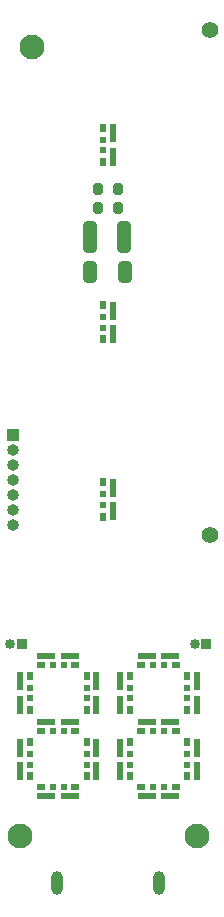
<source format=gbr>
%TF.GenerationSoftware,KiCad,Pcbnew,6.0.2*%
%TF.CreationDate,2022-05-05T15:52:24+02:00*%
%TF.ProjectId,espriktning-rear.sch,65737072-696b-4746-9e69-6e672d726561,rev?*%
%TF.SameCoordinates,Original*%
%TF.FileFunction,Soldermask,Bot*%
%TF.FilePolarity,Negative*%
%FSLAX46Y46*%
G04 Gerber Fmt 4.6, Leading zero omitted, Abs format (unit mm)*
G04 Created by KiCad (PCBNEW 6.0.2) date 2022-05-05 15:52:24*
%MOMM*%
%LPD*%
G01*
G04 APERTURE LIST*
G04 Aperture macros list*
%AMRoundRect*
0 Rectangle with rounded corners*
0 $1 Rounding radius*
0 $2 $3 $4 $5 $6 $7 $8 $9 X,Y pos of 4 corners*
0 Add a 4 corners polygon primitive as box body*
4,1,4,$2,$3,$4,$5,$6,$7,$8,$9,$2,$3,0*
0 Add four circle primitives for the rounded corners*
1,1,$1+$1,$2,$3*
1,1,$1+$1,$4,$5*
1,1,$1+$1,$6,$7*
1,1,$1+$1,$8,$9*
0 Add four rect primitives between the rounded corners*
20,1,$1+$1,$2,$3,$4,$5,0*
20,1,$1+$1,$4,$5,$6,$7,0*
20,1,$1+$1,$6,$7,$8,$9,0*
20,1,$1+$1,$8,$9,$2,$3,0*%
G04 Aperture macros list end*
%ADD10R,0.850000X0.850000*%
%ADD11O,0.850000X0.850000*%
%ADD12C,2.100000*%
%ADD13R,1.000000X1.000000*%
%ADD14O,1.000000X1.000000*%
%ADD15O,1.000000X2.000000*%
%ADD16C,1.400000*%
%ADD17R,0.600000X0.500000*%
%ADD18R,0.600000X1.620000*%
%ADD19R,0.600000X0.700000*%
%ADD20R,1.620000X0.600000*%
%ADD21R,0.500000X0.600000*%
%ADD22R,0.700000X0.600000*%
%ADD23RoundRect,0.200000X0.200000X0.275000X-0.200000X0.275000X-0.200000X-0.275000X0.200000X-0.275000X0*%
%ADD24RoundRect,0.250000X-0.312500X-1.075000X0.312500X-1.075000X0.312500X1.075000X-0.312500X1.075000X0*%
%ADD25RoundRect,0.250000X0.325000X0.650000X-0.325000X0.650000X-0.325000X-0.650000X0.325000X-0.650000X0*%
%ADD26RoundRect,0.200000X-0.200000X-0.275000X0.200000X-0.275000X0.200000X0.275000X-0.200000X0.275000X0*%
G04 APERTURE END LIST*
D10*
%TO.C,SW1*%
X32700000Y-83200000D03*
D11*
X31700000Y-83200000D03*
%TD*%
D10*
%TO.C,SW2*%
X48300000Y-83200000D03*
D11*
X47300000Y-83200000D03*
%TD*%
D12*
%TO.C,REF\u002A\u002A*%
X32500000Y-99500000D03*
%TD*%
%TO.C,REF\u002A\u002A*%
X47500000Y-99500000D03*
%TD*%
D13*
%TO.C,J4*%
X31900000Y-65575000D03*
D14*
X31900000Y-66845000D03*
X31900000Y-68115000D03*
X31900000Y-69385000D03*
X31900000Y-70655000D03*
X31900000Y-71925000D03*
X31900000Y-73195000D03*
%TD*%
D12*
%TO.C,REF\u002A\u002A*%
X33500000Y-32650000D03*
%TD*%
D15*
%TO.C,REF\u002A\u002A*%
X44325000Y-103500000D03*
%TD*%
D16*
%TO.C,J3*%
X48625000Y-31225000D03*
%TD*%
%TO.C,J2*%
X48625000Y-73975000D03*
%TD*%
D15*
%TO.C,REF\u002A\u002A*%
X35675000Y-103500000D03*
%TD*%
D17*
%TO.C,D2*%
X39575000Y-41450000D03*
D18*
X40375000Y-42000000D03*
D19*
X39575000Y-39550000D03*
D18*
X40375000Y-40000000D03*
D17*
X39575000Y-40550000D03*
D19*
X39575000Y-42450000D03*
%TD*%
D17*
%TO.C,D3*%
X39575000Y-56450000D03*
D18*
X40375000Y-57000000D03*
D19*
X39575000Y-54550000D03*
D17*
X39575000Y-55550000D03*
D18*
X40375000Y-55000000D03*
D19*
X39575000Y-57450000D03*
%TD*%
D17*
%TO.C,D4*%
X39575000Y-71450000D03*
D18*
X40375000Y-72000000D03*
D19*
X39575000Y-69550000D03*
D18*
X40375000Y-70000000D03*
D17*
X39575000Y-70550000D03*
D19*
X39575000Y-72450000D03*
%TD*%
D20*
%TO.C,D5*%
X45250000Y-84225000D03*
D21*
X44700000Y-85025000D03*
D22*
X42800000Y-85025000D03*
D21*
X43800000Y-85025000D03*
D20*
X43250000Y-84225000D03*
D22*
X45700000Y-85025000D03*
%TD*%
D18*
%TO.C,D6*%
X47475000Y-88400000D03*
D17*
X46675000Y-87850000D03*
D19*
X46675000Y-85950000D03*
D17*
X46675000Y-86950000D03*
D18*
X47475000Y-86400000D03*
D19*
X46675000Y-88850000D03*
%TD*%
D18*
%TO.C,D7*%
X41025000Y-86400000D03*
D17*
X41825000Y-86950000D03*
D19*
X41825000Y-88850000D03*
D18*
X41025000Y-88400000D03*
D17*
X41825000Y-87850000D03*
D19*
X41825000Y-85950000D03*
%TD*%
D20*
%TO.C,D8*%
X45250000Y-89825000D03*
D21*
X44700000Y-90625000D03*
D22*
X42800000Y-90625000D03*
D21*
X43800000Y-90625000D03*
D20*
X43250000Y-89825000D03*
D22*
X45700000Y-90625000D03*
%TD*%
D17*
%TO.C,D9*%
X46675000Y-93450000D03*
D18*
X47475000Y-94000000D03*
D19*
X46675000Y-91550000D03*
D18*
X47475000Y-92000000D03*
D17*
X46675000Y-92550000D03*
D19*
X46675000Y-94450000D03*
%TD*%
D17*
%TO.C,D10*%
X41825000Y-92550000D03*
D18*
X41025000Y-92000000D03*
D19*
X41825000Y-94450000D03*
D17*
X41825000Y-93450000D03*
D18*
X41025000Y-94000000D03*
D19*
X41825000Y-91550000D03*
%TD*%
D21*
%TO.C,D11*%
X43800000Y-95325000D03*
D20*
X43250000Y-96125000D03*
D22*
X45700000Y-95325000D03*
D20*
X45250000Y-96125000D03*
D21*
X44700000Y-95325000D03*
D22*
X42800000Y-95325000D03*
%TD*%
D21*
%TO.C,D12*%
X36200000Y-85025000D03*
D20*
X36750000Y-84225000D03*
D22*
X34300000Y-85025000D03*
D21*
X35300000Y-85025000D03*
D20*
X34750000Y-84225000D03*
D22*
X37200000Y-85025000D03*
%TD*%
D17*
%TO.C,D13*%
X38175000Y-87850000D03*
D18*
X38975000Y-88400000D03*
D19*
X38175000Y-85950000D03*
D17*
X38175000Y-86950000D03*
D18*
X38975000Y-86400000D03*
D19*
X38175000Y-88850000D03*
%TD*%
D18*
%TO.C,D14*%
X32525000Y-86400000D03*
D17*
X33325000Y-86950000D03*
D19*
X33325000Y-88850000D03*
D18*
X32525000Y-88400000D03*
D17*
X33325000Y-87850000D03*
D19*
X33325000Y-85950000D03*
%TD*%
D20*
%TO.C,D15*%
X36750000Y-89825000D03*
D21*
X36200000Y-90625000D03*
D22*
X34300000Y-90625000D03*
D21*
X35300000Y-90625000D03*
D20*
X34750000Y-89825000D03*
D22*
X37200000Y-90625000D03*
%TD*%
D17*
%TO.C,D16*%
X38175000Y-93450000D03*
D18*
X38975000Y-94000000D03*
D19*
X38175000Y-91550000D03*
D17*
X38175000Y-92550000D03*
D18*
X38975000Y-92000000D03*
D19*
X38175000Y-94450000D03*
%TD*%
D18*
%TO.C,D17*%
X32525000Y-92000000D03*
D17*
X33325000Y-92550000D03*
D19*
X33325000Y-94450000D03*
D18*
X32525000Y-94000000D03*
D17*
X33325000Y-93450000D03*
D19*
X33325000Y-91550000D03*
%TD*%
D21*
%TO.C,D18*%
X35300000Y-95325000D03*
D20*
X34750000Y-96125000D03*
D22*
X37200000Y-95325000D03*
D20*
X36750000Y-96125000D03*
D21*
X36200000Y-95325000D03*
D22*
X34300000Y-95325000D03*
%TD*%
D23*
%TO.C,R7*%
X40775000Y-46300000D03*
X39125000Y-46300000D03*
%TD*%
D24*
%TO.C,R1*%
X38437500Y-48800000D03*
X41362500Y-48800000D03*
%TD*%
D25*
%TO.C,C10*%
X41375000Y-51700000D03*
X38425000Y-51700000D03*
%TD*%
D26*
%TO.C,R2*%
X39125000Y-44750000D03*
X40775000Y-44750000D03*
%TD*%
M02*

</source>
